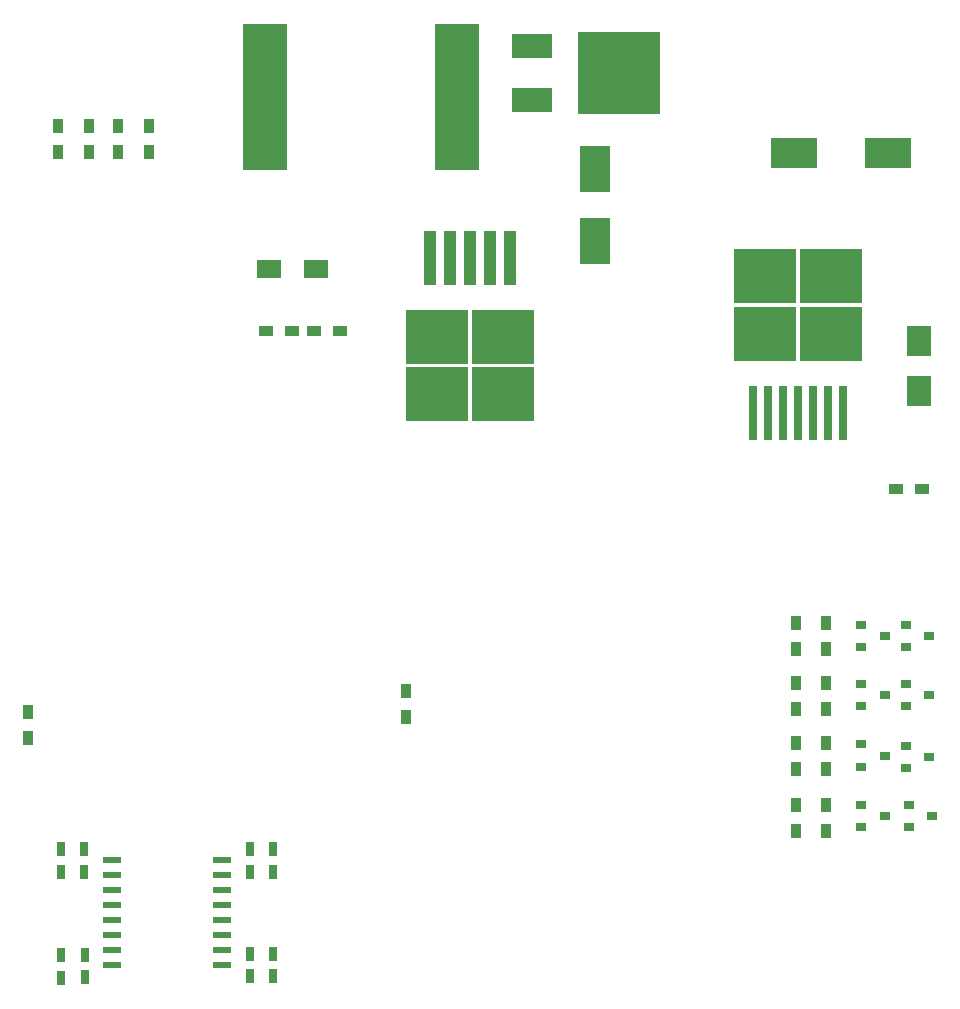
<source format=gbr>
G04 #@! TF.GenerationSoftware,KiCad,Pcbnew,(5.1.5)-2*
G04 #@! TF.CreationDate,2020-04-09T00:05:50+02:00*
G04 #@! TF.ProjectId,LightBoxNano,4c696768-7442-46f7-984e-616e6f2e6b69,rev?*
G04 #@! TF.SameCoordinates,Original*
G04 #@! TF.FileFunction,Paste,Top*
G04 #@! TF.FilePolarity,Positive*
%FSLAX46Y46*%
G04 Gerber Fmt 4.6, Leading zero omitted, Abs format (unit mm)*
G04 Created by KiCad (PCBNEW (5.1.5)-2) date 2020-04-09 00:05:50*
%MOMM*%
%LPD*%
G04 APERTURE LIST*
%ADD10R,1.100000X4.600000*%
%ADD11R,5.250000X4.550000*%
%ADD12R,1.500000X0.600000*%
%ADD13R,0.900000X1.200000*%
%ADD14R,1.200000X0.900000*%
%ADD15R,0.900000X0.800000*%
%ADD16R,3.825000X12.320000*%
%ADD17R,3.500000X2.000000*%
%ADD18R,7.000000X7.000000*%
%ADD19R,4.000000X2.500000*%
%ADD20R,2.000000X1.600000*%
%ADD21R,2.500000X4.000000*%
%ADD22R,0.750000X1.200000*%
%ADD23R,2.030000X2.650000*%
%ADD24R,0.800000X4.600000*%
G04 APERTURE END LIST*
D10*
X153600000Y-70625000D03*
X151900000Y-70625000D03*
X150200000Y-70625000D03*
X148500000Y-70625000D03*
X146800000Y-70625000D03*
D11*
X147425000Y-82200000D03*
X152975000Y-77350000D03*
X152975000Y-82200000D03*
X147425000Y-77350000D03*
D12*
X129199220Y-130527420D03*
X129199220Y-129257420D03*
X129199220Y-127987420D03*
X129199220Y-126717420D03*
X129199220Y-125447420D03*
X129199220Y-124177420D03*
X129199220Y-122907420D03*
X129199220Y-121637420D03*
X119899220Y-121637420D03*
X119899220Y-122907420D03*
X119899220Y-124177420D03*
X119899220Y-125447420D03*
X119899220Y-126717420D03*
X119899220Y-127987420D03*
X119899220Y-129257420D03*
X119899220Y-130527420D03*
D13*
X180329880Y-101523900D03*
X180329880Y-103723900D03*
X177789880Y-103723900D03*
X177789880Y-101523900D03*
X180329880Y-116950000D03*
X180329880Y-119150000D03*
X177789880Y-119133900D03*
X177789880Y-116933900D03*
X180329880Y-111683900D03*
X180329880Y-113883900D03*
X177789880Y-113883900D03*
X177789880Y-111683900D03*
X180329880Y-106603900D03*
X180329880Y-108803900D03*
X177789880Y-108803900D03*
X177789880Y-106603900D03*
D14*
X188500000Y-90200000D03*
X186300000Y-90200000D03*
D13*
X112800000Y-109100000D03*
X112800000Y-111300000D03*
X122993180Y-61702980D03*
X122993180Y-59502980D03*
X120427780Y-61702980D03*
X120427780Y-59502980D03*
X117913180Y-61702980D03*
X117913180Y-59502980D03*
X115296980Y-61702980D03*
X115296980Y-59502980D03*
D15*
X183350000Y-101700000D03*
X183350000Y-103600000D03*
X185350000Y-102650000D03*
X187100000Y-101700000D03*
X187100000Y-103600000D03*
X189100000Y-102650000D03*
X183350000Y-116950000D03*
X183350000Y-118850000D03*
X185350000Y-117900000D03*
X187350000Y-116950000D03*
X187350000Y-118850000D03*
X189350000Y-117900000D03*
X183350000Y-111833900D03*
X183350000Y-113733900D03*
X185350000Y-112783900D03*
X187100000Y-111950000D03*
X187100000Y-113850000D03*
X189100000Y-112900000D03*
X183350000Y-106700000D03*
X183350000Y-108600000D03*
X185350000Y-107650000D03*
X187100000Y-106700000D03*
X187100000Y-108600000D03*
X189100000Y-107650000D03*
D16*
X132880000Y-57000000D03*
X149120000Y-57000000D03*
D17*
X155425000Y-52700000D03*
X155425000Y-57280000D03*
D18*
X162825000Y-55000000D03*
D19*
X185600000Y-61800000D03*
X177600000Y-61800000D03*
D20*
X133166560Y-71613760D03*
X137166560Y-71613760D03*
D21*
X160800000Y-69250000D03*
X160800000Y-63150000D03*
D22*
X133550000Y-131439360D03*
X133550000Y-129539360D03*
X131550000Y-131454560D03*
X131550000Y-129554560D03*
X133550000Y-122600000D03*
X133550000Y-120700000D03*
X131550000Y-122600000D03*
X131550000Y-120700000D03*
X117582000Y-131550000D03*
X117582000Y-129650000D03*
X115550000Y-131600000D03*
X115550000Y-129700000D03*
X117550000Y-122600000D03*
X117550000Y-120700000D03*
X115550000Y-122600000D03*
X115550000Y-120700000D03*
D23*
X188200000Y-81890000D03*
X188200000Y-77710000D03*
D14*
X135100000Y-76800000D03*
X132900000Y-76800000D03*
D24*
X174190000Y-83775000D03*
X175460000Y-83775000D03*
X176730000Y-83775000D03*
X178000000Y-83775000D03*
X179270000Y-83775000D03*
X180540000Y-83775000D03*
X181810000Y-83775000D03*
D11*
X180775000Y-72200000D03*
X175225000Y-77050000D03*
X175225000Y-72200000D03*
X180775000Y-77050000D03*
D13*
X144800000Y-107300000D03*
X144800000Y-109500000D03*
D14*
X137000000Y-76800000D03*
X139200000Y-76800000D03*
M02*

</source>
